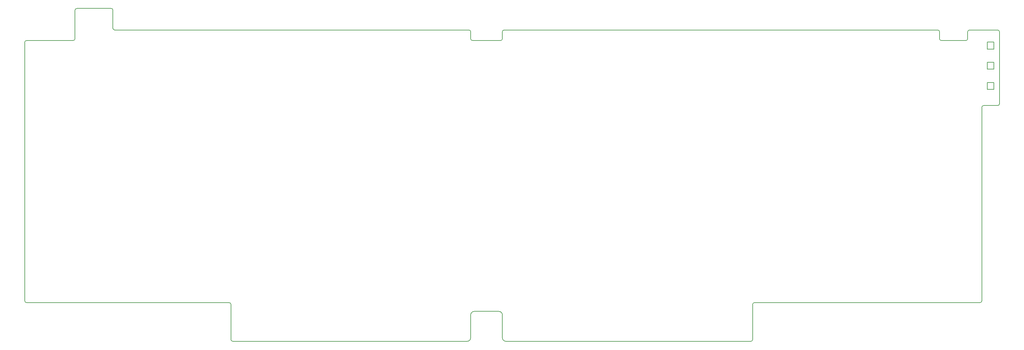
<source format=gbr>
%TF.GenerationSoftware,KiCad,Pcbnew,(5.99.0-9176-ga1730d51ff)*%
%TF.CreationDate,2021-05-08T16:46:04-05:00*%
%TF.ProjectId,prime e clone,7072696d-6520-4652-9063-6c6f6e652e6b,rev?*%
%TF.SameCoordinates,Original*%
%TF.FileFunction,Profile,NP*%
%FSLAX46Y46*%
G04 Gerber Fmt 4.6, Leading zero omitted, Abs format (unit mm)*
G04 Created by KiCad (PCBNEW (5.99.0-9176-ga1730d51ff)) date 2021-05-08 16:46:04*
%MOMM*%
%LPD*%
G01*
G04 APERTURE LIST*
%TA.AperFunction,Profile*%
%ADD10C,0.200000*%
%TD*%
G04 APERTURE END LIST*
D10*
X96730000Y-93300000D02*
X96730000Y-92800000D01*
X349979999Y-91800000D02*
X349980000Y-91300000D01*
X349979999Y-168300000D02*
X289480000Y-168299999D01*
X349979999Y-93300000D02*
X349979999Y-92300000D01*
X342980000Y-93800000D02*
X348980000Y-93800000D01*
X288979999Y-168800000D02*
X288979999Y-169800000D01*
X108479999Y-90800000D02*
X134479999Y-90800000D01*
X220980000Y-179300000D02*
X218979999Y-179300000D01*
X358980000Y-93800000D02*
X358980000Y-111800000D01*
X83979999Y-93800000D02*
X89479999Y-93800000D01*
X357380000Y-94220000D02*
X355580000Y-94220000D01*
X353980000Y-122800000D02*
X353980000Y-130300000D01*
X141479999Y-179299999D02*
G75*
G02*
X140980000Y-178800000I0J499999D01*
G01*
X288979999Y-178799999D02*
G75*
G02*
X288480000Y-179300000I-500000J-1D01*
G01*
X355580000Y-96220000D02*
X357380000Y-96220000D01*
X204979999Y-179300000D02*
X195480000Y-179300000D01*
X140980000Y-178800000D02*
X140980000Y-176800000D01*
X107479999Y-87300000D02*
X107479999Y-90300000D01*
X355830000Y-105720000D02*
X355580000Y-105720000D01*
X341979999Y-92300000D02*
X341979999Y-93300000D01*
X208979998Y-171800000D02*
G75*
G02*
X209979999Y-170799999I1000001J0D01*
G01*
X140980000Y-175800000D02*
X140980000Y-168800000D01*
X208480000Y-90800001D02*
G75*
G02*
X208979999Y-91300000I0J-499999D01*
G01*
X355580000Y-99975000D02*
X355580000Y-100325000D01*
X353980000Y-167800000D02*
G75*
G02*
X353480000Y-168300000I-500000J0D01*
G01*
X217980000Y-175300000D02*
X217979999Y-171800000D01*
X353980000Y-118300000D02*
X353980000Y-121800000D01*
X357380000Y-100300000D02*
X357380000Y-99970000D01*
X206479999Y-179300000D02*
X204979999Y-179300000D01*
X352479999Y-90800000D02*
X354479999Y-90800000D01*
X216979999Y-170800000D02*
X209979999Y-170799999D01*
X288979998Y-168799999D02*
G75*
G02*
X289480000Y-168299999I500001J-1D01*
G01*
X96730000Y-89300000D02*
X96730000Y-87300000D01*
X355580000Y-105720000D02*
X355580000Y-106074999D01*
X357380000Y-107719999D02*
X357380000Y-107345000D01*
X357380000Y-105720000D02*
X357130000Y-105720000D01*
X353980000Y-112800000D02*
X353980000Y-114050000D01*
X349979999Y-92300000D02*
X349979999Y-91800000D01*
X357130000Y-105720000D02*
X355830000Y-105720000D01*
X96730000Y-92800000D02*
X96730000Y-89300000D01*
X342479999Y-93800000D02*
X342980000Y-93800000D01*
X355580000Y-107350000D02*
X355580000Y-107719999D01*
X140480000Y-168300000D02*
G75*
G02*
X140980000Y-168800000I0J-500000D01*
G01*
X358980000Y-92800000D02*
X358980000Y-93800000D01*
X353480000Y-168300000D02*
X349979999Y-168300000D01*
X355580000Y-101645000D02*
X355580000Y-101970000D01*
X82479999Y-163300000D02*
X82479999Y-95800000D01*
X357380000Y-94319999D02*
X357380000Y-94220000D01*
X96729999Y-93300000D02*
G75*
G02*
X96229999Y-93800000I-500000J0D01*
G01*
X82979999Y-93800000D02*
X83979999Y-93800000D01*
X82979999Y-168300000D02*
G75*
G02*
X82479999Y-167800000I0J500000D01*
G01*
X107479999Y-85300000D02*
X107479999Y-87300000D01*
X358980000Y-111800000D02*
G75*
G02*
X358480000Y-112300000I-500000J0D01*
G01*
X134479999Y-90800000D02*
X136479999Y-90800000D01*
X97780000Y-84700000D02*
X107080000Y-84700000D01*
X221979999Y-179300000D02*
X220980000Y-179300000D01*
X353980000Y-132800000D02*
X353980000Y-142300000D01*
X217980000Y-91300000D02*
G75*
G02*
X218480000Y-90800000I500000J0D01*
G01*
X208980000Y-178300000D02*
G75*
G02*
X207980000Y-179300000I-1000000J0D01*
G01*
X341979999Y-91800000D02*
X341979999Y-92300000D01*
X208979999Y-171800000D02*
X208979999Y-175300000D01*
X96730000Y-87300000D02*
X96730000Y-85300000D01*
X208979999Y-91300000D02*
X208980000Y-93300000D01*
X96729999Y-85200000D02*
G75*
G02*
X97229999Y-84700000I500000J0D01*
G01*
X107479999Y-85099999D02*
X107479999Y-85300000D01*
X223480000Y-179300000D02*
X221979999Y-179300000D01*
X357479999Y-90800000D02*
X358480000Y-90800000D01*
X357130000Y-107719999D02*
X357380000Y-107719999D01*
X341480000Y-90799999D02*
G75*
G02*
X341979999Y-91300000I-1J-500000D01*
G01*
X89479999Y-93800000D02*
X90979999Y-93800000D01*
X341979999Y-91300000D02*
X341979999Y-91800000D01*
X207980000Y-179300000D02*
X206979999Y-179300000D01*
X355580000Y-101970000D02*
X355830000Y-101970000D01*
X207980000Y-90800000D02*
X208480000Y-90800000D01*
X350480000Y-90800000D02*
X352479999Y-90800000D01*
X142479999Y-179300000D02*
X141479999Y-179300000D01*
X357380000Y-99970000D02*
X357270000Y-99970000D01*
X348980000Y-93800000D02*
X349479999Y-93800000D01*
X195480000Y-179300000D02*
X142479999Y-179300000D01*
X357130000Y-101970000D02*
X357380000Y-101970000D01*
X355580000Y-99970000D02*
X355580000Y-99975000D01*
X218980000Y-179300000D02*
G75*
G02*
X217980000Y-178300000I0J1000000D01*
G01*
X353980000Y-117300000D02*
X353980000Y-118300000D01*
X353980000Y-121800000D02*
X353980000Y-122800000D01*
X353979999Y-112800000D02*
G75*
G02*
X354479999Y-112300000I500000J0D01*
G01*
X82479999Y-94300000D02*
G75*
G02*
X82979999Y-93800000I500000J0D01*
G01*
X96730000Y-85300000D02*
X96729999Y-85200000D01*
X140480000Y-168300000D02*
X82979999Y-168300000D01*
X140980000Y-176800000D02*
X140980000Y-175800000D01*
X358480001Y-90799999D02*
G75*
G02*
X358980000Y-91300000I-1J-500000D01*
G01*
X218480000Y-90800000D02*
X221479999Y-90800000D01*
X90979999Y-93800000D02*
X96229999Y-93800000D01*
X354479999Y-90800000D02*
X357479999Y-90800000D01*
X357130000Y-99970000D02*
X355830000Y-99970000D01*
X355580000Y-96029999D02*
X355580000Y-96220000D01*
X353980000Y-142300000D02*
X353980000Y-167800000D01*
X353980000Y-130300000D02*
X353980000Y-131800000D01*
X355480000Y-112300000D02*
X354479999Y-112300000D01*
X107080000Y-84700000D02*
G75*
G02*
X107479999Y-85099999I0J-399999D01*
G01*
X342479999Y-93800000D02*
G75*
G02*
X341979999Y-93300000I0J500000D01*
G01*
X355580000Y-94220000D02*
X355580000Y-95009999D01*
X339979999Y-90800000D02*
X341480000Y-90800000D01*
X217980000Y-178300000D02*
X217980000Y-175300000D01*
X349979999Y-93300000D02*
G75*
G02*
X349479999Y-93800000I-500000J0D01*
G01*
X209479999Y-93800000D02*
X217479999Y-93800000D01*
X206979999Y-179300000D02*
X206479999Y-179300000D01*
X288979999Y-169800000D02*
X288979999Y-174800000D01*
X357380000Y-106070000D02*
X357380000Y-105720000D01*
X288480000Y-179300000D02*
X260479999Y-179300000D01*
X353980000Y-114050000D02*
X353980000Y-117300000D01*
X355580000Y-95009999D02*
X355580000Y-96029999D01*
X353980000Y-132300000D02*
X353980000Y-132800000D01*
X355580000Y-100325000D02*
X355580000Y-101645000D01*
X357270000Y-99970000D02*
X357130000Y-99970000D01*
X357380000Y-101619999D02*
X357380000Y-100300000D01*
X358980000Y-91300000D02*
X358980000Y-92800000D01*
X353980000Y-131800000D02*
X353980000Y-132300000D01*
X355830000Y-101970000D02*
X357130000Y-101970000D01*
X355830000Y-107719999D02*
X357130000Y-107719999D01*
X349980000Y-91300000D02*
G75*
G02*
X350480000Y-90800000I500000J0D01*
G01*
X209480000Y-93800000D02*
G75*
G02*
X208980000Y-93300000I0J500000D01*
G01*
X107979999Y-90800000D02*
G75*
G02*
X107479999Y-90300000I0J500000D01*
G01*
X260479999Y-179300000D02*
X223480000Y-179300000D01*
X82479999Y-167800000D02*
X82479999Y-163300000D01*
X217980000Y-93300000D02*
X217980000Y-91300000D01*
X136479999Y-90800000D02*
X205480000Y-90800000D01*
X358480000Y-112300000D02*
X355480000Y-112300000D01*
X208979999Y-175300000D02*
X208979999Y-178300000D01*
X288979999Y-174800000D02*
X288979999Y-176800000D01*
X288979999Y-176800000D02*
X288979999Y-178800000D01*
X357380000Y-107345000D02*
X357380000Y-106070000D01*
X97229999Y-84700000D02*
X97780000Y-84700000D01*
X355830000Y-99970000D02*
X355580000Y-99970000D01*
X82479999Y-95800000D02*
X82479999Y-94300000D01*
X205480000Y-90800000D02*
X207980000Y-90800000D01*
X221479999Y-90800000D02*
X339979999Y-90800000D01*
X357380000Y-101970000D02*
X357380000Y-101619999D01*
X357380000Y-96220000D02*
X357380000Y-94319999D01*
X216979999Y-170800000D02*
G75*
G02*
X217979999Y-171800000I0J-1000000D01*
G01*
X217980000Y-93300001D02*
G75*
G02*
X217479999Y-93800000I-500000J1D01*
G01*
X107980000Y-90800000D02*
X108479999Y-90800000D01*
X355580000Y-106074999D02*
X355580000Y-107350000D01*
X355580000Y-107719999D02*
X355830000Y-107719999D01*
M02*

</source>
